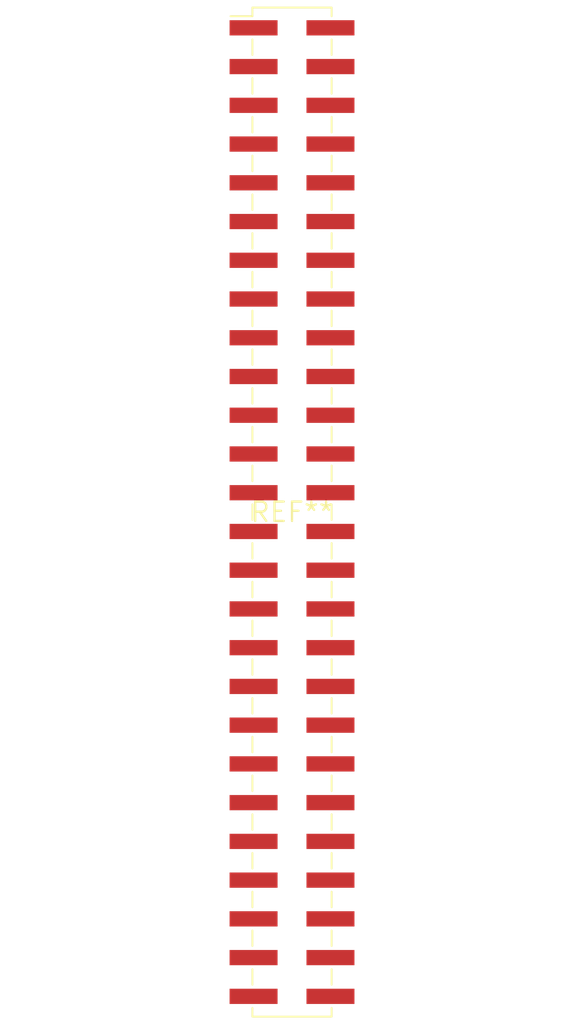
<source format=kicad_pcb>
(kicad_pcb (version 20240108) (generator pcbnew)
  (layers (0 "F.Cu" signal) (31 "B.Cu" signal) (34 "B.Paste" user) (35 "F.Paste" user) (36 "B.SilkS" user "B.Silkscreen") (37 "F.SilkS" user "F.Silkscreen") (38 "B.Mask" user) (39 "F.Mask" user) (44 "Edge.Cuts" user))
  (net 0 "")
  (footprint "PinHeader_2x26_P2.54mm_Vertical_SMD" (layer "F.Cu") (at 0 0)
    (property "Reference" "REF**")
    (property "Value" "PinHeader_2x26_P2.54mm_Vertical_SMD")
    (fp_line (start -4.04 -32.51) (end -2.6 -32.51) (layer "F.SilkS") (stroke (width 0.12)))
    (fp_line (start -2.6 -33.08) (end -2.6 -32.51) (layer "F.SilkS") (stroke (width 0.12)))
    (fp_line (start -2.6 -33.08) (end 2.6 -33.08) (layer "F.SilkS") (stroke (width 0.12)))
    (fp_line (start -2.6 -30.99) (end -2.6 -29.97) (layer "F.SilkS") (stroke (width 0.12)))
    (fp_line (start -2.6 -28.45) (end -2.6 -27.43) (layer "F.SilkS") (stroke (width 0.12)))
    (fp_line (start -2.6 -25.91) (end -2.6 -24.89) (layer "F.SilkS") (stroke (width 0.12)))
    (fp_line (start -2.6 -23.37) (end -2.6 -22.35) (layer "F.SilkS") (stroke (width 0.12)))
    (fp_line (start -2.6 -20.83) (end -2.6 -19.81) (layer "F.SilkS") (stroke (width 0.12)))
    (fp_line (start -2.6 -18.29) (end -2.6 -17.27) (layer "F.SilkS") (stroke (width 0.12)))
    (fp_line (start -2.6 -15.75) (end -2.6 -14.73) (layer "F.SilkS") (stroke (width 0.12)))
    (fp_line (start -2.6 -13.21) (end -2.6 -12.19) (layer "F.SilkS") (stroke (width 0.12)))
    (fp_line (start -2.6 -10.67) (end -2.6 -9.65) (layer "F.SilkS") (stroke (width 0.12)))
    (fp_line (start -2.6 -8.13) (end -2.6 -7.11) (layer "F.SilkS") (stroke (width 0.12)))
    (fp_line (start -2.6 -5.59) (end -2.6 -4.57) (layer "F.SilkS") (stroke (width 0.12)))
    (fp_line (start -2.6 -3.05) (end -2.6 -2.03) (layer "F.SilkS") (stroke (width 0.12)))
    (fp_line (start -2.6 -0.51) (end -2.6 0.51) (layer "F.SilkS") (stroke (width 0.12)))
    (fp_line (start -2.6 2.03) (end -2.6 3.05) (layer "F.SilkS") (stroke (width 0.12)))
    (fp_line (start -2.6 4.57) (end -2.6 5.59) (layer "F.SilkS") (stroke (width 0.12)))
    (fp_line (start -2.6 7.11) (end -2.6 8.13) (layer "F.SilkS") (stroke (width 0.12)))
    (fp_line (start -2.6 9.65) (end -2.6 10.67) (layer "F.SilkS") (stroke (width 0.12)))
    (fp_line (start -2.6 12.19) (end -2.6 13.21) (layer "F.SilkS") (stroke (width 0.12)))
    (fp_line (start -2.6 14.73) (end -2.6 15.75) (layer "F.SilkS") (stroke (width 0.12)))
    (fp_line (start -2.6 17.27) (end -2.6 18.29) (layer "F.SilkS") (stroke (width 0.12)))
    (fp_line (start -2.6 19.81) (end -2.6 20.83) (layer "F.SilkS") (stroke (width 0.12)))
    (fp_line (start -2.6 22.35) (end -2.6 23.37) (layer "F.SilkS") (stroke (width 0.12)))
    (fp_line (start -2.6 24.89) (end -2.6 25.91) (layer "F.SilkS") (stroke (width 0.12)))
    (fp_line (start -2.6 27.43) (end -2.6 28.45) (layer "F.SilkS") (stroke (width 0.12)))
    (fp_line (start -2.6 29.97) (end -2.6 30.99) (layer "F.SilkS") (stroke (width 0.12)))
    (fp_line (start -2.6 32.51) (end -2.6 33.08) (layer "F.SilkS") (stroke (width 0.12)))
    (fp_line (start -2.6 33.08) (end 2.6 33.08) (layer "F.SilkS") (stroke (width 0.12)))
    (fp_line (start 2.6 -33.08) (end 2.6 -32.51) (layer "F.SilkS") (stroke (width 0.12)))
    (fp_line (start 2.6 -30.99) (end 2.6 -29.97) (layer "F.SilkS") (stroke (width 0.12)))
    (fp_line (start 2.6 -28.45) (end 2.6 -27.43) (layer "F.SilkS") (stroke (width 0.12)))
    (fp_line (start 2.6 -25.91) (end 2.6 -24.89) (layer "F.SilkS") (stroke (width 0.12)))
    (fp_line (start 2.6 -23.37) (end 2.6 -22.35) (layer "F.SilkS") (stroke (width 0.12)))
    (fp_line (start 2.6 -20.83) (end 2.6 -19.81) (layer "F.SilkS") (stroke (width 0.12)))
    (fp_line (start 2.6 -18.29) (end 2.6 -17.27) (layer "F.SilkS") (stroke (width 0.12)))
    (fp_line (start 2.6 -15.75) (end 2.6 -14.73) (layer "F.SilkS") (stroke (width 0.12)))
    (fp_line (start 2.6 -13.21) (end 2.6 -12.19) (layer "F.SilkS") (stroke (width 0.12)))
    (fp_line (start 2.6 -10.67) (end 2.6 -9.65) (layer "F.SilkS") (stroke (width 0.12)))
    (fp_line (start 2.6 -8.13) (end 2.6 -7.11) (layer "F.SilkS") (stroke (width 0.12)))
    (fp_line (start 2.6 -5.59) (end 2.6 -4.57) (layer "F.SilkS") (stroke (width 0.12)))
    (fp_line (start 2.6 -3.05) (end 2.6 -2.03) (layer "F.SilkS") (stroke (width 0.12)))
    (fp_line (start 2.6 -0.51) (end 2.6 0.51) (layer "F.SilkS") (stroke (width 0.12)))
    (fp_line (start 2.6 2.03) (end 2.6 3.05) (layer "F.SilkS") (stroke (width 0.12)))
    (fp_line (start 2.6 4.57) (end 2.6 5.59) (layer "F.SilkS") (stroke (width 0.12)))
    (fp_line (start 2.6 7.11) (end 2.6 8.13) (layer "F.SilkS") (stroke (width 0.12)))
    (fp_line (start 2.6 9.65) (end 2.6 10.67) (layer "F.SilkS") (stroke (width 0.12)))
    (fp_line (start 2.6 12.19) (end 2.6 13.21) (layer "F.SilkS") (stroke (width 0.12)))
    (fp_line (start 2.6 14.73) (end 2.6 15.75) (layer "F.SilkS") (stroke (width 0.12)))
    (fp_line (start 2.6 17.27) (end 2.6 18.29) (layer "F.SilkS") (stroke (width 0.12)))
    (fp_line (start 2.6 19.81) (end 2.6 20.83) (layer "F.SilkS") (stroke (width 0.12)))
    (fp_line (start 2.6 22.35) (end 2.6 23.37) (layer "F.SilkS") (stroke (width 0.12)))
    (fp_line (start 2.6 24.89) (end 2.6 25.91) (layer "F.SilkS") (stroke (width 0.12)))
    (fp_line (start 2.6 27.43) (end 2.6 28.45) (layer "F.SilkS") (stroke (width 0.12)))
    (fp_line (start 2.6 29.97) (end 2.6 30.99) (layer "F.SilkS") (stroke (width 0.12)))
    (fp_line (start 2.6 32.51) (end 2.6 33.08) (layer "F.SilkS") (stroke (width 0.12)))
    (pad "1" smd rect (at -2.525 -31.75) (size 3.15 1) (layers "F.Cu" "F.Paste" "F.Mask"))
    (pad "2" smd rect (at 2.525 -31.75) (size 3.15 1) (layers "F.Cu" "F.Paste" "F.Mask"))
    (pad "3" smd rect (at -2.525 -29.21) (size 3.15 1) (layers "F.Cu" "F.Paste" "F.Mask"))
    (pad "4" smd rect (at 2.525 -29.21) (size 3.15 1) (layers "F.Cu" "F.Paste" "F.Mask"))
    (pad "5" smd rect (at -2.525 -26.67) (size 3.15 1) (layers "F.Cu" "F.Paste" "F.Mask"))
    (pad "6" smd rect (at 2.525 -26.67) (size 3.15 1) (layers "F.Cu" "F.Paste" "F.Mask"))
    (pad "7" smd rect (at -2.525 -24.13) (size 3.15 1) (layers "F.Cu" "F.Paste" "F.Mask"))
    (pad "8" smd rect (at 2.525 -24.13) (size 3.15 1) (layers "F.Cu" "F.Paste" "F.Mask"))
    (pad "9" smd rect (at -2.525 -21.59) (size 3.15 1) (layers "F.Cu" "F.Paste" "F.Mask"))
    (pad "10" smd rect (at 2.525 -21.59) (size 3.15 1) (layers "F.Cu" "F.Paste" "F.Mask"))
    (pad "11" smd rect (at -2.525 -19.05) (size 3.15 1) (layers "F.Cu" "F.Paste" "F.Mask"))
    (pad "12" smd rect (at 2.525 -19.05) (size 3.15 1) (layers "F.Cu" "F.Paste" "F.Mask"))
    (pad "13" smd rect (at -2.525 -16.51) (size 3.15 1) (layers "F.Cu" "F.Paste" "F.Mask"))
    (pad "14" smd rect (at 2.525 -16.51) (size 3.15 1) (layers "F.Cu" "F.Paste" "F.Mask"))
    (pad "15" smd rect (at -2.525 -13.97) (size 3.15 1) (layers "F.Cu" "F.Paste" "F.Mask"))
    (pad "16" smd rect (at 2.525 -13.97) (size 3.15 1) (layers "F.Cu" "F.Paste" "F.Mask"))
    (pad "17" smd rect (at -2.525 -11.43) (size 3.15 1) (layers "F.Cu" "F.Paste" "F.Mask"))
    (pad "18" smd rect (at 2.525 -11.43) (size 3.15 1) (layers "F.Cu" "F.Paste" "F.Mask"))
    (pad "19" smd rect (at -2.525 -8.89) (size 3.15 1) (layers "F.Cu" "F.Paste" "F.Mask"))
    (pad "20" smd rect (at 2.525 -8.89) (size 3.15 1) (layers "F.Cu" "F.Paste" "F.Mask"))
    (pad "21" smd rect (at -2.525 -6.35) (size 3.15 1) (layers "F.Cu" "F.Paste" "F.Mask"))
    (pad "22" smd rect (at 2.525 -6.35) (size 3.15 1) (layers "F.Cu" "F.Paste" "F.Mask"))
    (pad "23" smd rect (at -2.525 -3.81) (size 3.15 1) (layers "F.Cu" "F.Paste" "F.Mask"))
    (pad "24" smd rect (at 2.525 -3.81) (size 3.15 1) (layers "F.Cu" "F.Paste" "F.Mask"))
    (pad "25" smd rect (at -2.525 -1.27) (size 3.15 1) (layers "F.Cu" "F.Paste" "F.Mask"))
    (pad "26" smd rect (at 2.525 -1.27) (size 3.15 1) (layers "F.Cu" "F.Paste" "F.Mask"))
    (pad "27" smd rect (at -2.525 1.27) (size 3.15 1) (layers "F.Cu" "F.Paste" "F.Mask"))
    (pad "28" smd rect (at 2.525 1.27) (size 3.15 1) (layers "F.Cu" "F.Paste" "F.Mask"))
    (pad "29" smd rect (at -2.525 3.81) (size 3.15 1) (layers "F.Cu" "F.Paste" "F.Mask"))
    (pad "30" smd rect (at 2.525 3.81) (size 3.15 1) (layers "F.Cu" "F.Paste" "F.Mask"))
    (pad "31" smd rect (at -2.525 6.35) (size 3.15 1) (layers "F.Cu" "F.Paste" "F.Mask"))
    (pad "32" smd rect (at 2.525 6.35) (size 3.15 1) (layers "F.Cu" "F.Paste" "F.Mask"))
    (pad "33" smd rect (at -2.525 8.89) (size 3.15 1) (layers "F.Cu" "F.Paste" "F.Mask"))
    (pad "34" smd rect (at 2.525 8.89) (size 3.15 1) (layers "F.Cu" "F.Paste" "F.Mask"))
    (pad "35" smd rect (at -2.525 11.43) (size 3.15 1) (layers "F.Cu" "F.Paste" "F.Mask"))
    (pad "36" smd rect (at 2.525 11.43) (size 3.15 1) (layers "F.Cu" "F.Paste" "F.Mask"))
    (pad "37" smd rect (at -2.525 13.97) (size 3.15 1) (layers "F.Cu" "F.Paste" "F.Mask"))
    (pad "38" smd rect (at 2.525 13.97) (size 3.15 1) (layers "F.Cu" "F.Paste" "F.Mask"))
    (pad "39" smd rect (at -2.525 16.51) (size 3.15 1) (layers "F.Cu" "F.Paste" "F.Mask"))
    (pad "40" smd rect (at 2.525 16.51) (size 3.15 1) (layers "F.Cu" "F.Paste" "F.Mask"))
    (pad "41" smd rect (at -2.525 19.05) (size 3.15 1) (layers "F.Cu" "F.Paste" "F.Mask"))
    (pad "42" smd rect (at 2.525 19.05) (size 3.15 1) (layers "F.Cu" "F.Paste" "F.Mask"))
    (pad "43" smd rect (at -2.525 21.59) (size 3.15 1) (layers "F.Cu" "F.Paste" "F.Mask"))
    (pad "44" smd rect (at 2.525 21.59) (size 3.15 1) (layers "F.Cu" "F.Paste" "F.Mask"))
    (pad "45" smd rect (at -2.525 24.13) (size 3.15 1) (layers "F.Cu" "F.Paste" "F.Mask"))
    (pad "46" smd rect (at 2.525 24.13) (size 3.15 1) (layers "F.Cu" "F.Paste" "F.Mask"))
    (pad "47" smd rect (at -2.525 26.67) (size 3.15 1) (layers "F.Cu" "F.Paste" "F.Mask"))
    (pad "48" smd rect (at 2.525 26.67) (size 3.15 1) (layers "F.Cu" "F.Paste" "F.Mask"))
    (pad "49" smd rect (at -2.525 29.21) (size 3.15 1) (layers "F.Cu" "F.Paste" "F.Mask"))
    (pad "50" smd rect (at 2.525 29.21) (size 3.15 1) (layers "F.Cu" "F.Paste" "F.Mask"))
    (pad "51" smd rect (at -2.525 31.75) (size 3.15 1) (layers "F.Cu" "F.Paste" "F.Mask"))
    (pad "52" smd rect (at 2.525 31.75) (size 3.15 1) (layers "F.Cu" "F.Paste" "F.Mask"))
  )
)
</source>
